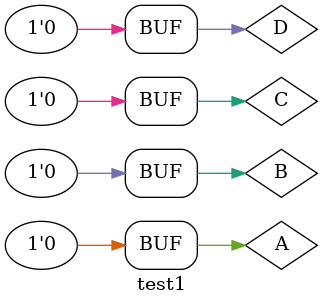
<source format=v>
`timescale 1ns / 1ps


module test1;

	// Inputs
	reg A;
	reg B;
	reg C;
	reg D;

	// Outputs
	wire E;
	wire F;

	// Instantiate the Unit Under Test (UUT)
	modulo1 uut (
		.A(A), 
		.B(B), 
		.C(C), 
		.D(D), 
		.E(E), 
		.F(F)
	);

	initial begin
		// Initialize Inputs
		A = 0;
		B = 0;
		C = 0;
		D = 0;

		// Wait 100 ns for global reset to finish
		#100;
        
		// Add stimulus here

	end
      
endmodule


</source>
